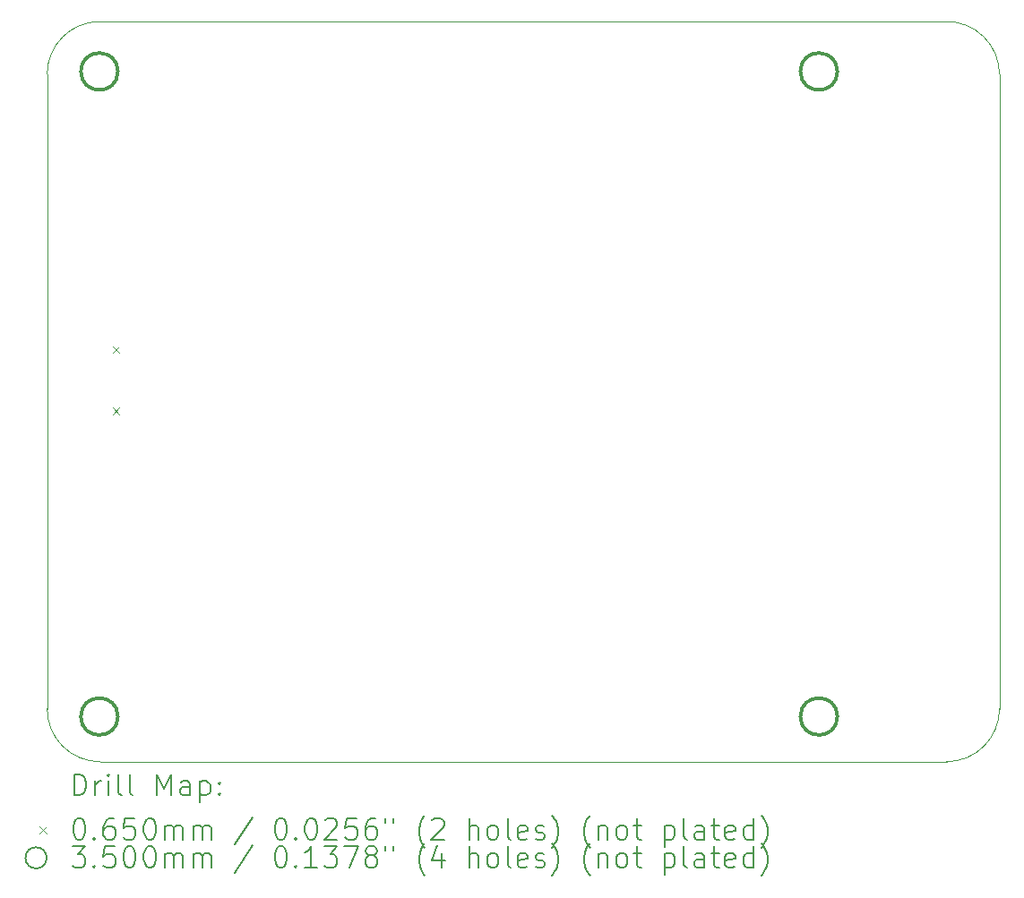
<source format=gbr>
%TF.GenerationSoftware,KiCad,Pcbnew,7.0.11-7.0.11~ubuntu22.04.1*%
%TF.CreationDate,2024-09-03T00:59:19+02:00*%
%TF.ProjectId,JTAGFinder,4a544147-4669-46e6-9465-722e6b696361,rev?*%
%TF.SameCoordinates,Original*%
%TF.FileFunction,Drillmap*%
%TF.FilePolarity,Positive*%
%FSLAX45Y45*%
G04 Gerber Fmt 4.5, Leading zero omitted, Abs format (unit mm)*
G04 Created by KiCad (PCBNEW 7.0.11-7.0.11~ubuntu22.04.1) date 2024-09-03 00:59:19*
%MOMM*%
%LPD*%
G01*
G04 APERTURE LIST*
%ADD10C,0.100000*%
%ADD11C,0.200000*%
%ADD12C,0.350000*%
G04 APERTURE END LIST*
D10*
X10406500Y-12327500D02*
X10406500Y-6327500D01*
X18906500Y-12827500D02*
G75*
G03*
X19406500Y-12327500I0J500000D01*
G01*
X19406500Y-6327500D02*
G75*
G03*
X18906500Y-5827500I-500000J0D01*
G01*
X10906500Y-5827500D02*
G75*
G03*
X10406500Y-6327500I0J-500000D01*
G01*
X10906500Y-5827500D02*
X18906500Y-5827500D01*
X19406500Y-6327500D02*
X19406500Y-12327500D01*
X18906500Y-12827500D02*
X10906500Y-12827500D01*
X10406500Y-12327500D02*
G75*
G03*
X10906500Y-12827500I500000J0D01*
G01*
D11*
D10*
X11025900Y-8898500D02*
X11090900Y-8963500D01*
X11090900Y-8898500D02*
X11025900Y-8963500D01*
X11025900Y-9476500D02*
X11090900Y-9541500D01*
X11090900Y-9476500D02*
X11025900Y-9541500D01*
D12*
X11075000Y-6300000D02*
G75*
G03*
X10725000Y-6300000I-175000J0D01*
G01*
X10725000Y-6300000D02*
G75*
G03*
X11075000Y-6300000I175000J0D01*
G01*
X11075000Y-12400000D02*
G75*
G03*
X10725000Y-12400000I-175000J0D01*
G01*
X10725000Y-12400000D02*
G75*
G03*
X11075000Y-12400000I175000J0D01*
G01*
X17875000Y-6300000D02*
G75*
G03*
X17525000Y-6300000I-175000J0D01*
G01*
X17525000Y-6300000D02*
G75*
G03*
X17875000Y-6300000I175000J0D01*
G01*
X17875000Y-12400000D02*
G75*
G03*
X17525000Y-12400000I-175000J0D01*
G01*
X17525000Y-12400000D02*
G75*
G03*
X17875000Y-12400000I175000J0D01*
G01*
D11*
X10662277Y-13143984D02*
X10662277Y-12943984D01*
X10662277Y-12943984D02*
X10709896Y-12943984D01*
X10709896Y-12943984D02*
X10738467Y-12953508D01*
X10738467Y-12953508D02*
X10757515Y-12972555D01*
X10757515Y-12972555D02*
X10767039Y-12991603D01*
X10767039Y-12991603D02*
X10776563Y-13029698D01*
X10776563Y-13029698D02*
X10776563Y-13058269D01*
X10776563Y-13058269D02*
X10767039Y-13096365D01*
X10767039Y-13096365D02*
X10757515Y-13115412D01*
X10757515Y-13115412D02*
X10738467Y-13134460D01*
X10738467Y-13134460D02*
X10709896Y-13143984D01*
X10709896Y-13143984D02*
X10662277Y-13143984D01*
X10862277Y-13143984D02*
X10862277Y-13010650D01*
X10862277Y-13048746D02*
X10871801Y-13029698D01*
X10871801Y-13029698D02*
X10881324Y-13020174D01*
X10881324Y-13020174D02*
X10900372Y-13010650D01*
X10900372Y-13010650D02*
X10919420Y-13010650D01*
X10986086Y-13143984D02*
X10986086Y-13010650D01*
X10986086Y-12943984D02*
X10976563Y-12953508D01*
X10976563Y-12953508D02*
X10986086Y-12963031D01*
X10986086Y-12963031D02*
X10995610Y-12953508D01*
X10995610Y-12953508D02*
X10986086Y-12943984D01*
X10986086Y-12943984D02*
X10986086Y-12963031D01*
X11109896Y-13143984D02*
X11090848Y-13134460D01*
X11090848Y-13134460D02*
X11081324Y-13115412D01*
X11081324Y-13115412D02*
X11081324Y-12943984D01*
X11214658Y-13143984D02*
X11195610Y-13134460D01*
X11195610Y-13134460D02*
X11186086Y-13115412D01*
X11186086Y-13115412D02*
X11186086Y-12943984D01*
X11443229Y-13143984D02*
X11443229Y-12943984D01*
X11443229Y-12943984D02*
X11509896Y-13086841D01*
X11509896Y-13086841D02*
X11576562Y-12943984D01*
X11576562Y-12943984D02*
X11576562Y-13143984D01*
X11757515Y-13143984D02*
X11757515Y-13039222D01*
X11757515Y-13039222D02*
X11747991Y-13020174D01*
X11747991Y-13020174D02*
X11728943Y-13010650D01*
X11728943Y-13010650D02*
X11690848Y-13010650D01*
X11690848Y-13010650D02*
X11671801Y-13020174D01*
X11757515Y-13134460D02*
X11738467Y-13143984D01*
X11738467Y-13143984D02*
X11690848Y-13143984D01*
X11690848Y-13143984D02*
X11671801Y-13134460D01*
X11671801Y-13134460D02*
X11662277Y-13115412D01*
X11662277Y-13115412D02*
X11662277Y-13096365D01*
X11662277Y-13096365D02*
X11671801Y-13077317D01*
X11671801Y-13077317D02*
X11690848Y-13067793D01*
X11690848Y-13067793D02*
X11738467Y-13067793D01*
X11738467Y-13067793D02*
X11757515Y-13058269D01*
X11852753Y-13010650D02*
X11852753Y-13210650D01*
X11852753Y-13020174D02*
X11871801Y-13010650D01*
X11871801Y-13010650D02*
X11909896Y-13010650D01*
X11909896Y-13010650D02*
X11928943Y-13020174D01*
X11928943Y-13020174D02*
X11938467Y-13029698D01*
X11938467Y-13029698D02*
X11947991Y-13048746D01*
X11947991Y-13048746D02*
X11947991Y-13105888D01*
X11947991Y-13105888D02*
X11938467Y-13124936D01*
X11938467Y-13124936D02*
X11928943Y-13134460D01*
X11928943Y-13134460D02*
X11909896Y-13143984D01*
X11909896Y-13143984D02*
X11871801Y-13143984D01*
X11871801Y-13143984D02*
X11852753Y-13134460D01*
X12033705Y-13124936D02*
X12043229Y-13134460D01*
X12043229Y-13134460D02*
X12033705Y-13143984D01*
X12033705Y-13143984D02*
X12024182Y-13134460D01*
X12024182Y-13134460D02*
X12033705Y-13124936D01*
X12033705Y-13124936D02*
X12033705Y-13143984D01*
X12033705Y-13020174D02*
X12043229Y-13029698D01*
X12043229Y-13029698D02*
X12033705Y-13039222D01*
X12033705Y-13039222D02*
X12024182Y-13029698D01*
X12024182Y-13029698D02*
X12033705Y-13020174D01*
X12033705Y-13020174D02*
X12033705Y-13039222D01*
D10*
X10336500Y-13440000D02*
X10401500Y-13505000D01*
X10401500Y-13440000D02*
X10336500Y-13505000D01*
D11*
X10700372Y-13363984D02*
X10719420Y-13363984D01*
X10719420Y-13363984D02*
X10738467Y-13373508D01*
X10738467Y-13373508D02*
X10747991Y-13383031D01*
X10747991Y-13383031D02*
X10757515Y-13402079D01*
X10757515Y-13402079D02*
X10767039Y-13440174D01*
X10767039Y-13440174D02*
X10767039Y-13487793D01*
X10767039Y-13487793D02*
X10757515Y-13525888D01*
X10757515Y-13525888D02*
X10747991Y-13544936D01*
X10747991Y-13544936D02*
X10738467Y-13554460D01*
X10738467Y-13554460D02*
X10719420Y-13563984D01*
X10719420Y-13563984D02*
X10700372Y-13563984D01*
X10700372Y-13563984D02*
X10681324Y-13554460D01*
X10681324Y-13554460D02*
X10671801Y-13544936D01*
X10671801Y-13544936D02*
X10662277Y-13525888D01*
X10662277Y-13525888D02*
X10652753Y-13487793D01*
X10652753Y-13487793D02*
X10652753Y-13440174D01*
X10652753Y-13440174D02*
X10662277Y-13402079D01*
X10662277Y-13402079D02*
X10671801Y-13383031D01*
X10671801Y-13383031D02*
X10681324Y-13373508D01*
X10681324Y-13373508D02*
X10700372Y-13363984D01*
X10852753Y-13544936D02*
X10862277Y-13554460D01*
X10862277Y-13554460D02*
X10852753Y-13563984D01*
X10852753Y-13563984D02*
X10843229Y-13554460D01*
X10843229Y-13554460D02*
X10852753Y-13544936D01*
X10852753Y-13544936D02*
X10852753Y-13563984D01*
X11033705Y-13363984D02*
X10995610Y-13363984D01*
X10995610Y-13363984D02*
X10976563Y-13373508D01*
X10976563Y-13373508D02*
X10967039Y-13383031D01*
X10967039Y-13383031D02*
X10947991Y-13411603D01*
X10947991Y-13411603D02*
X10938467Y-13449698D01*
X10938467Y-13449698D02*
X10938467Y-13525888D01*
X10938467Y-13525888D02*
X10947991Y-13544936D01*
X10947991Y-13544936D02*
X10957515Y-13554460D01*
X10957515Y-13554460D02*
X10976563Y-13563984D01*
X10976563Y-13563984D02*
X11014658Y-13563984D01*
X11014658Y-13563984D02*
X11033705Y-13554460D01*
X11033705Y-13554460D02*
X11043229Y-13544936D01*
X11043229Y-13544936D02*
X11052753Y-13525888D01*
X11052753Y-13525888D02*
X11052753Y-13478269D01*
X11052753Y-13478269D02*
X11043229Y-13459222D01*
X11043229Y-13459222D02*
X11033705Y-13449698D01*
X11033705Y-13449698D02*
X11014658Y-13440174D01*
X11014658Y-13440174D02*
X10976563Y-13440174D01*
X10976563Y-13440174D02*
X10957515Y-13449698D01*
X10957515Y-13449698D02*
X10947991Y-13459222D01*
X10947991Y-13459222D02*
X10938467Y-13478269D01*
X11233705Y-13363984D02*
X11138467Y-13363984D01*
X11138467Y-13363984D02*
X11128944Y-13459222D01*
X11128944Y-13459222D02*
X11138467Y-13449698D01*
X11138467Y-13449698D02*
X11157515Y-13440174D01*
X11157515Y-13440174D02*
X11205134Y-13440174D01*
X11205134Y-13440174D02*
X11224182Y-13449698D01*
X11224182Y-13449698D02*
X11233705Y-13459222D01*
X11233705Y-13459222D02*
X11243229Y-13478269D01*
X11243229Y-13478269D02*
X11243229Y-13525888D01*
X11243229Y-13525888D02*
X11233705Y-13544936D01*
X11233705Y-13544936D02*
X11224182Y-13554460D01*
X11224182Y-13554460D02*
X11205134Y-13563984D01*
X11205134Y-13563984D02*
X11157515Y-13563984D01*
X11157515Y-13563984D02*
X11138467Y-13554460D01*
X11138467Y-13554460D02*
X11128944Y-13544936D01*
X11367039Y-13363984D02*
X11386086Y-13363984D01*
X11386086Y-13363984D02*
X11405134Y-13373508D01*
X11405134Y-13373508D02*
X11414658Y-13383031D01*
X11414658Y-13383031D02*
X11424182Y-13402079D01*
X11424182Y-13402079D02*
X11433705Y-13440174D01*
X11433705Y-13440174D02*
X11433705Y-13487793D01*
X11433705Y-13487793D02*
X11424182Y-13525888D01*
X11424182Y-13525888D02*
X11414658Y-13544936D01*
X11414658Y-13544936D02*
X11405134Y-13554460D01*
X11405134Y-13554460D02*
X11386086Y-13563984D01*
X11386086Y-13563984D02*
X11367039Y-13563984D01*
X11367039Y-13563984D02*
X11347991Y-13554460D01*
X11347991Y-13554460D02*
X11338467Y-13544936D01*
X11338467Y-13544936D02*
X11328943Y-13525888D01*
X11328943Y-13525888D02*
X11319420Y-13487793D01*
X11319420Y-13487793D02*
X11319420Y-13440174D01*
X11319420Y-13440174D02*
X11328943Y-13402079D01*
X11328943Y-13402079D02*
X11338467Y-13383031D01*
X11338467Y-13383031D02*
X11347991Y-13373508D01*
X11347991Y-13373508D02*
X11367039Y-13363984D01*
X11519420Y-13563984D02*
X11519420Y-13430650D01*
X11519420Y-13449698D02*
X11528943Y-13440174D01*
X11528943Y-13440174D02*
X11547991Y-13430650D01*
X11547991Y-13430650D02*
X11576563Y-13430650D01*
X11576563Y-13430650D02*
X11595610Y-13440174D01*
X11595610Y-13440174D02*
X11605134Y-13459222D01*
X11605134Y-13459222D02*
X11605134Y-13563984D01*
X11605134Y-13459222D02*
X11614658Y-13440174D01*
X11614658Y-13440174D02*
X11633705Y-13430650D01*
X11633705Y-13430650D02*
X11662277Y-13430650D01*
X11662277Y-13430650D02*
X11681324Y-13440174D01*
X11681324Y-13440174D02*
X11690848Y-13459222D01*
X11690848Y-13459222D02*
X11690848Y-13563984D01*
X11786086Y-13563984D02*
X11786086Y-13430650D01*
X11786086Y-13449698D02*
X11795610Y-13440174D01*
X11795610Y-13440174D02*
X11814658Y-13430650D01*
X11814658Y-13430650D02*
X11843229Y-13430650D01*
X11843229Y-13430650D02*
X11862277Y-13440174D01*
X11862277Y-13440174D02*
X11871801Y-13459222D01*
X11871801Y-13459222D02*
X11871801Y-13563984D01*
X11871801Y-13459222D02*
X11881324Y-13440174D01*
X11881324Y-13440174D02*
X11900372Y-13430650D01*
X11900372Y-13430650D02*
X11928943Y-13430650D01*
X11928943Y-13430650D02*
X11947991Y-13440174D01*
X11947991Y-13440174D02*
X11957515Y-13459222D01*
X11957515Y-13459222D02*
X11957515Y-13563984D01*
X12347991Y-13354460D02*
X12176563Y-13611603D01*
X12605134Y-13363984D02*
X12624182Y-13363984D01*
X12624182Y-13363984D02*
X12643229Y-13373508D01*
X12643229Y-13373508D02*
X12652753Y-13383031D01*
X12652753Y-13383031D02*
X12662277Y-13402079D01*
X12662277Y-13402079D02*
X12671801Y-13440174D01*
X12671801Y-13440174D02*
X12671801Y-13487793D01*
X12671801Y-13487793D02*
X12662277Y-13525888D01*
X12662277Y-13525888D02*
X12652753Y-13544936D01*
X12652753Y-13544936D02*
X12643229Y-13554460D01*
X12643229Y-13554460D02*
X12624182Y-13563984D01*
X12624182Y-13563984D02*
X12605134Y-13563984D01*
X12605134Y-13563984D02*
X12586086Y-13554460D01*
X12586086Y-13554460D02*
X12576563Y-13544936D01*
X12576563Y-13544936D02*
X12567039Y-13525888D01*
X12567039Y-13525888D02*
X12557515Y-13487793D01*
X12557515Y-13487793D02*
X12557515Y-13440174D01*
X12557515Y-13440174D02*
X12567039Y-13402079D01*
X12567039Y-13402079D02*
X12576563Y-13383031D01*
X12576563Y-13383031D02*
X12586086Y-13373508D01*
X12586086Y-13373508D02*
X12605134Y-13363984D01*
X12757515Y-13544936D02*
X12767039Y-13554460D01*
X12767039Y-13554460D02*
X12757515Y-13563984D01*
X12757515Y-13563984D02*
X12747991Y-13554460D01*
X12747991Y-13554460D02*
X12757515Y-13544936D01*
X12757515Y-13544936D02*
X12757515Y-13563984D01*
X12890848Y-13363984D02*
X12909896Y-13363984D01*
X12909896Y-13363984D02*
X12928944Y-13373508D01*
X12928944Y-13373508D02*
X12938467Y-13383031D01*
X12938467Y-13383031D02*
X12947991Y-13402079D01*
X12947991Y-13402079D02*
X12957515Y-13440174D01*
X12957515Y-13440174D02*
X12957515Y-13487793D01*
X12957515Y-13487793D02*
X12947991Y-13525888D01*
X12947991Y-13525888D02*
X12938467Y-13544936D01*
X12938467Y-13544936D02*
X12928944Y-13554460D01*
X12928944Y-13554460D02*
X12909896Y-13563984D01*
X12909896Y-13563984D02*
X12890848Y-13563984D01*
X12890848Y-13563984D02*
X12871801Y-13554460D01*
X12871801Y-13554460D02*
X12862277Y-13544936D01*
X12862277Y-13544936D02*
X12852753Y-13525888D01*
X12852753Y-13525888D02*
X12843229Y-13487793D01*
X12843229Y-13487793D02*
X12843229Y-13440174D01*
X12843229Y-13440174D02*
X12852753Y-13402079D01*
X12852753Y-13402079D02*
X12862277Y-13383031D01*
X12862277Y-13383031D02*
X12871801Y-13373508D01*
X12871801Y-13373508D02*
X12890848Y-13363984D01*
X13033706Y-13383031D02*
X13043229Y-13373508D01*
X13043229Y-13373508D02*
X13062277Y-13363984D01*
X13062277Y-13363984D02*
X13109896Y-13363984D01*
X13109896Y-13363984D02*
X13128944Y-13373508D01*
X13128944Y-13373508D02*
X13138467Y-13383031D01*
X13138467Y-13383031D02*
X13147991Y-13402079D01*
X13147991Y-13402079D02*
X13147991Y-13421127D01*
X13147991Y-13421127D02*
X13138467Y-13449698D01*
X13138467Y-13449698D02*
X13024182Y-13563984D01*
X13024182Y-13563984D02*
X13147991Y-13563984D01*
X13328944Y-13363984D02*
X13233706Y-13363984D01*
X13233706Y-13363984D02*
X13224182Y-13459222D01*
X13224182Y-13459222D02*
X13233706Y-13449698D01*
X13233706Y-13449698D02*
X13252753Y-13440174D01*
X13252753Y-13440174D02*
X13300372Y-13440174D01*
X13300372Y-13440174D02*
X13319420Y-13449698D01*
X13319420Y-13449698D02*
X13328944Y-13459222D01*
X13328944Y-13459222D02*
X13338467Y-13478269D01*
X13338467Y-13478269D02*
X13338467Y-13525888D01*
X13338467Y-13525888D02*
X13328944Y-13544936D01*
X13328944Y-13544936D02*
X13319420Y-13554460D01*
X13319420Y-13554460D02*
X13300372Y-13563984D01*
X13300372Y-13563984D02*
X13252753Y-13563984D01*
X13252753Y-13563984D02*
X13233706Y-13554460D01*
X13233706Y-13554460D02*
X13224182Y-13544936D01*
X13509896Y-13363984D02*
X13471801Y-13363984D01*
X13471801Y-13363984D02*
X13452753Y-13373508D01*
X13452753Y-13373508D02*
X13443229Y-13383031D01*
X13443229Y-13383031D02*
X13424182Y-13411603D01*
X13424182Y-13411603D02*
X13414658Y-13449698D01*
X13414658Y-13449698D02*
X13414658Y-13525888D01*
X13414658Y-13525888D02*
X13424182Y-13544936D01*
X13424182Y-13544936D02*
X13433706Y-13554460D01*
X13433706Y-13554460D02*
X13452753Y-13563984D01*
X13452753Y-13563984D02*
X13490848Y-13563984D01*
X13490848Y-13563984D02*
X13509896Y-13554460D01*
X13509896Y-13554460D02*
X13519420Y-13544936D01*
X13519420Y-13544936D02*
X13528944Y-13525888D01*
X13528944Y-13525888D02*
X13528944Y-13478269D01*
X13528944Y-13478269D02*
X13519420Y-13459222D01*
X13519420Y-13459222D02*
X13509896Y-13449698D01*
X13509896Y-13449698D02*
X13490848Y-13440174D01*
X13490848Y-13440174D02*
X13452753Y-13440174D01*
X13452753Y-13440174D02*
X13433706Y-13449698D01*
X13433706Y-13449698D02*
X13424182Y-13459222D01*
X13424182Y-13459222D02*
X13414658Y-13478269D01*
X13605134Y-13363984D02*
X13605134Y-13402079D01*
X13681325Y-13363984D02*
X13681325Y-13402079D01*
X13976563Y-13640174D02*
X13967039Y-13630650D01*
X13967039Y-13630650D02*
X13947991Y-13602079D01*
X13947991Y-13602079D02*
X13938468Y-13583031D01*
X13938468Y-13583031D02*
X13928944Y-13554460D01*
X13928944Y-13554460D02*
X13919420Y-13506841D01*
X13919420Y-13506841D02*
X13919420Y-13468746D01*
X13919420Y-13468746D02*
X13928944Y-13421127D01*
X13928944Y-13421127D02*
X13938468Y-13392555D01*
X13938468Y-13392555D02*
X13947991Y-13373508D01*
X13947991Y-13373508D02*
X13967039Y-13344936D01*
X13967039Y-13344936D02*
X13976563Y-13335412D01*
X14043229Y-13383031D02*
X14052753Y-13373508D01*
X14052753Y-13373508D02*
X14071801Y-13363984D01*
X14071801Y-13363984D02*
X14119420Y-13363984D01*
X14119420Y-13363984D02*
X14138468Y-13373508D01*
X14138468Y-13373508D02*
X14147991Y-13383031D01*
X14147991Y-13383031D02*
X14157515Y-13402079D01*
X14157515Y-13402079D02*
X14157515Y-13421127D01*
X14157515Y-13421127D02*
X14147991Y-13449698D01*
X14147991Y-13449698D02*
X14033706Y-13563984D01*
X14033706Y-13563984D02*
X14157515Y-13563984D01*
X14395610Y-13563984D02*
X14395610Y-13363984D01*
X14481325Y-13563984D02*
X14481325Y-13459222D01*
X14481325Y-13459222D02*
X14471801Y-13440174D01*
X14471801Y-13440174D02*
X14452753Y-13430650D01*
X14452753Y-13430650D02*
X14424182Y-13430650D01*
X14424182Y-13430650D02*
X14405134Y-13440174D01*
X14405134Y-13440174D02*
X14395610Y-13449698D01*
X14605134Y-13563984D02*
X14586087Y-13554460D01*
X14586087Y-13554460D02*
X14576563Y-13544936D01*
X14576563Y-13544936D02*
X14567039Y-13525888D01*
X14567039Y-13525888D02*
X14567039Y-13468746D01*
X14567039Y-13468746D02*
X14576563Y-13449698D01*
X14576563Y-13449698D02*
X14586087Y-13440174D01*
X14586087Y-13440174D02*
X14605134Y-13430650D01*
X14605134Y-13430650D02*
X14633706Y-13430650D01*
X14633706Y-13430650D02*
X14652753Y-13440174D01*
X14652753Y-13440174D02*
X14662277Y-13449698D01*
X14662277Y-13449698D02*
X14671801Y-13468746D01*
X14671801Y-13468746D02*
X14671801Y-13525888D01*
X14671801Y-13525888D02*
X14662277Y-13544936D01*
X14662277Y-13544936D02*
X14652753Y-13554460D01*
X14652753Y-13554460D02*
X14633706Y-13563984D01*
X14633706Y-13563984D02*
X14605134Y-13563984D01*
X14786087Y-13563984D02*
X14767039Y-13554460D01*
X14767039Y-13554460D02*
X14757515Y-13535412D01*
X14757515Y-13535412D02*
X14757515Y-13363984D01*
X14938468Y-13554460D02*
X14919420Y-13563984D01*
X14919420Y-13563984D02*
X14881325Y-13563984D01*
X14881325Y-13563984D02*
X14862277Y-13554460D01*
X14862277Y-13554460D02*
X14852753Y-13535412D01*
X14852753Y-13535412D02*
X14852753Y-13459222D01*
X14852753Y-13459222D02*
X14862277Y-13440174D01*
X14862277Y-13440174D02*
X14881325Y-13430650D01*
X14881325Y-13430650D02*
X14919420Y-13430650D01*
X14919420Y-13430650D02*
X14938468Y-13440174D01*
X14938468Y-13440174D02*
X14947991Y-13459222D01*
X14947991Y-13459222D02*
X14947991Y-13478269D01*
X14947991Y-13478269D02*
X14852753Y-13497317D01*
X15024182Y-13554460D02*
X15043230Y-13563984D01*
X15043230Y-13563984D02*
X15081325Y-13563984D01*
X15081325Y-13563984D02*
X15100372Y-13554460D01*
X15100372Y-13554460D02*
X15109896Y-13535412D01*
X15109896Y-13535412D02*
X15109896Y-13525888D01*
X15109896Y-13525888D02*
X15100372Y-13506841D01*
X15100372Y-13506841D02*
X15081325Y-13497317D01*
X15081325Y-13497317D02*
X15052753Y-13497317D01*
X15052753Y-13497317D02*
X15033706Y-13487793D01*
X15033706Y-13487793D02*
X15024182Y-13468746D01*
X15024182Y-13468746D02*
X15024182Y-13459222D01*
X15024182Y-13459222D02*
X15033706Y-13440174D01*
X15033706Y-13440174D02*
X15052753Y-13430650D01*
X15052753Y-13430650D02*
X15081325Y-13430650D01*
X15081325Y-13430650D02*
X15100372Y-13440174D01*
X15176563Y-13640174D02*
X15186087Y-13630650D01*
X15186087Y-13630650D02*
X15205134Y-13602079D01*
X15205134Y-13602079D02*
X15214658Y-13583031D01*
X15214658Y-13583031D02*
X15224182Y-13554460D01*
X15224182Y-13554460D02*
X15233706Y-13506841D01*
X15233706Y-13506841D02*
X15233706Y-13468746D01*
X15233706Y-13468746D02*
X15224182Y-13421127D01*
X15224182Y-13421127D02*
X15214658Y-13392555D01*
X15214658Y-13392555D02*
X15205134Y-13373508D01*
X15205134Y-13373508D02*
X15186087Y-13344936D01*
X15186087Y-13344936D02*
X15176563Y-13335412D01*
X15538468Y-13640174D02*
X15528944Y-13630650D01*
X15528944Y-13630650D02*
X15509896Y-13602079D01*
X15509896Y-13602079D02*
X15500372Y-13583031D01*
X15500372Y-13583031D02*
X15490849Y-13554460D01*
X15490849Y-13554460D02*
X15481325Y-13506841D01*
X15481325Y-13506841D02*
X15481325Y-13468746D01*
X15481325Y-13468746D02*
X15490849Y-13421127D01*
X15490849Y-13421127D02*
X15500372Y-13392555D01*
X15500372Y-13392555D02*
X15509896Y-13373508D01*
X15509896Y-13373508D02*
X15528944Y-13344936D01*
X15528944Y-13344936D02*
X15538468Y-13335412D01*
X15614658Y-13430650D02*
X15614658Y-13563984D01*
X15614658Y-13449698D02*
X15624182Y-13440174D01*
X15624182Y-13440174D02*
X15643230Y-13430650D01*
X15643230Y-13430650D02*
X15671801Y-13430650D01*
X15671801Y-13430650D02*
X15690849Y-13440174D01*
X15690849Y-13440174D02*
X15700372Y-13459222D01*
X15700372Y-13459222D02*
X15700372Y-13563984D01*
X15824182Y-13563984D02*
X15805134Y-13554460D01*
X15805134Y-13554460D02*
X15795611Y-13544936D01*
X15795611Y-13544936D02*
X15786087Y-13525888D01*
X15786087Y-13525888D02*
X15786087Y-13468746D01*
X15786087Y-13468746D02*
X15795611Y-13449698D01*
X15795611Y-13449698D02*
X15805134Y-13440174D01*
X15805134Y-13440174D02*
X15824182Y-13430650D01*
X15824182Y-13430650D02*
X15852753Y-13430650D01*
X15852753Y-13430650D02*
X15871801Y-13440174D01*
X15871801Y-13440174D02*
X15881325Y-13449698D01*
X15881325Y-13449698D02*
X15890849Y-13468746D01*
X15890849Y-13468746D02*
X15890849Y-13525888D01*
X15890849Y-13525888D02*
X15881325Y-13544936D01*
X15881325Y-13544936D02*
X15871801Y-13554460D01*
X15871801Y-13554460D02*
X15852753Y-13563984D01*
X15852753Y-13563984D02*
X15824182Y-13563984D01*
X15947992Y-13430650D02*
X16024182Y-13430650D01*
X15976563Y-13363984D02*
X15976563Y-13535412D01*
X15976563Y-13535412D02*
X15986087Y-13554460D01*
X15986087Y-13554460D02*
X16005134Y-13563984D01*
X16005134Y-13563984D02*
X16024182Y-13563984D01*
X16243230Y-13430650D02*
X16243230Y-13630650D01*
X16243230Y-13440174D02*
X16262277Y-13430650D01*
X16262277Y-13430650D02*
X16300373Y-13430650D01*
X16300373Y-13430650D02*
X16319420Y-13440174D01*
X16319420Y-13440174D02*
X16328944Y-13449698D01*
X16328944Y-13449698D02*
X16338468Y-13468746D01*
X16338468Y-13468746D02*
X16338468Y-13525888D01*
X16338468Y-13525888D02*
X16328944Y-13544936D01*
X16328944Y-13544936D02*
X16319420Y-13554460D01*
X16319420Y-13554460D02*
X16300373Y-13563984D01*
X16300373Y-13563984D02*
X16262277Y-13563984D01*
X16262277Y-13563984D02*
X16243230Y-13554460D01*
X16452753Y-13563984D02*
X16433706Y-13554460D01*
X16433706Y-13554460D02*
X16424182Y-13535412D01*
X16424182Y-13535412D02*
X16424182Y-13363984D01*
X16614658Y-13563984D02*
X16614658Y-13459222D01*
X16614658Y-13459222D02*
X16605134Y-13440174D01*
X16605134Y-13440174D02*
X16586087Y-13430650D01*
X16586087Y-13430650D02*
X16547992Y-13430650D01*
X16547992Y-13430650D02*
X16528944Y-13440174D01*
X16614658Y-13554460D02*
X16595611Y-13563984D01*
X16595611Y-13563984D02*
X16547992Y-13563984D01*
X16547992Y-13563984D02*
X16528944Y-13554460D01*
X16528944Y-13554460D02*
X16519420Y-13535412D01*
X16519420Y-13535412D02*
X16519420Y-13516365D01*
X16519420Y-13516365D02*
X16528944Y-13497317D01*
X16528944Y-13497317D02*
X16547992Y-13487793D01*
X16547992Y-13487793D02*
X16595611Y-13487793D01*
X16595611Y-13487793D02*
X16614658Y-13478269D01*
X16681325Y-13430650D02*
X16757515Y-13430650D01*
X16709896Y-13363984D02*
X16709896Y-13535412D01*
X16709896Y-13535412D02*
X16719420Y-13554460D01*
X16719420Y-13554460D02*
X16738468Y-13563984D01*
X16738468Y-13563984D02*
X16757515Y-13563984D01*
X16900373Y-13554460D02*
X16881325Y-13563984D01*
X16881325Y-13563984D02*
X16843230Y-13563984D01*
X16843230Y-13563984D02*
X16824182Y-13554460D01*
X16824182Y-13554460D02*
X16814658Y-13535412D01*
X16814658Y-13535412D02*
X16814658Y-13459222D01*
X16814658Y-13459222D02*
X16824182Y-13440174D01*
X16824182Y-13440174D02*
X16843230Y-13430650D01*
X16843230Y-13430650D02*
X16881325Y-13430650D01*
X16881325Y-13430650D02*
X16900373Y-13440174D01*
X16900373Y-13440174D02*
X16909896Y-13459222D01*
X16909896Y-13459222D02*
X16909896Y-13478269D01*
X16909896Y-13478269D02*
X16814658Y-13497317D01*
X17081325Y-13563984D02*
X17081325Y-13363984D01*
X17081325Y-13554460D02*
X17062277Y-13563984D01*
X17062277Y-13563984D02*
X17024182Y-13563984D01*
X17024182Y-13563984D02*
X17005135Y-13554460D01*
X17005135Y-13554460D02*
X16995611Y-13544936D01*
X16995611Y-13544936D02*
X16986087Y-13525888D01*
X16986087Y-13525888D02*
X16986087Y-13468746D01*
X16986087Y-13468746D02*
X16995611Y-13449698D01*
X16995611Y-13449698D02*
X17005135Y-13440174D01*
X17005135Y-13440174D02*
X17024182Y-13430650D01*
X17024182Y-13430650D02*
X17062277Y-13430650D01*
X17062277Y-13430650D02*
X17081325Y-13440174D01*
X17157516Y-13640174D02*
X17167039Y-13630650D01*
X17167039Y-13630650D02*
X17186087Y-13602079D01*
X17186087Y-13602079D02*
X17195611Y-13583031D01*
X17195611Y-13583031D02*
X17205135Y-13554460D01*
X17205135Y-13554460D02*
X17214658Y-13506841D01*
X17214658Y-13506841D02*
X17214658Y-13468746D01*
X17214658Y-13468746D02*
X17205135Y-13421127D01*
X17205135Y-13421127D02*
X17195611Y-13392555D01*
X17195611Y-13392555D02*
X17186087Y-13373508D01*
X17186087Y-13373508D02*
X17167039Y-13344936D01*
X17167039Y-13344936D02*
X17157516Y-13335412D01*
X10401500Y-13736500D02*
G75*
G03*
X10201500Y-13736500I-100000J0D01*
G01*
X10201500Y-13736500D02*
G75*
G03*
X10401500Y-13736500I100000J0D01*
G01*
X10643229Y-13627984D02*
X10767039Y-13627984D01*
X10767039Y-13627984D02*
X10700372Y-13704174D01*
X10700372Y-13704174D02*
X10728944Y-13704174D01*
X10728944Y-13704174D02*
X10747991Y-13713698D01*
X10747991Y-13713698D02*
X10757515Y-13723222D01*
X10757515Y-13723222D02*
X10767039Y-13742269D01*
X10767039Y-13742269D02*
X10767039Y-13789888D01*
X10767039Y-13789888D02*
X10757515Y-13808936D01*
X10757515Y-13808936D02*
X10747991Y-13818460D01*
X10747991Y-13818460D02*
X10728944Y-13827984D01*
X10728944Y-13827984D02*
X10671801Y-13827984D01*
X10671801Y-13827984D02*
X10652753Y-13818460D01*
X10652753Y-13818460D02*
X10643229Y-13808936D01*
X10852753Y-13808936D02*
X10862277Y-13818460D01*
X10862277Y-13818460D02*
X10852753Y-13827984D01*
X10852753Y-13827984D02*
X10843229Y-13818460D01*
X10843229Y-13818460D02*
X10852753Y-13808936D01*
X10852753Y-13808936D02*
X10852753Y-13827984D01*
X11043229Y-13627984D02*
X10947991Y-13627984D01*
X10947991Y-13627984D02*
X10938467Y-13723222D01*
X10938467Y-13723222D02*
X10947991Y-13713698D01*
X10947991Y-13713698D02*
X10967039Y-13704174D01*
X10967039Y-13704174D02*
X11014658Y-13704174D01*
X11014658Y-13704174D02*
X11033705Y-13713698D01*
X11033705Y-13713698D02*
X11043229Y-13723222D01*
X11043229Y-13723222D02*
X11052753Y-13742269D01*
X11052753Y-13742269D02*
X11052753Y-13789888D01*
X11052753Y-13789888D02*
X11043229Y-13808936D01*
X11043229Y-13808936D02*
X11033705Y-13818460D01*
X11033705Y-13818460D02*
X11014658Y-13827984D01*
X11014658Y-13827984D02*
X10967039Y-13827984D01*
X10967039Y-13827984D02*
X10947991Y-13818460D01*
X10947991Y-13818460D02*
X10938467Y-13808936D01*
X11176563Y-13627984D02*
X11195610Y-13627984D01*
X11195610Y-13627984D02*
X11214658Y-13637508D01*
X11214658Y-13637508D02*
X11224182Y-13647031D01*
X11224182Y-13647031D02*
X11233705Y-13666079D01*
X11233705Y-13666079D02*
X11243229Y-13704174D01*
X11243229Y-13704174D02*
X11243229Y-13751793D01*
X11243229Y-13751793D02*
X11233705Y-13789888D01*
X11233705Y-13789888D02*
X11224182Y-13808936D01*
X11224182Y-13808936D02*
X11214658Y-13818460D01*
X11214658Y-13818460D02*
X11195610Y-13827984D01*
X11195610Y-13827984D02*
X11176563Y-13827984D01*
X11176563Y-13827984D02*
X11157515Y-13818460D01*
X11157515Y-13818460D02*
X11147991Y-13808936D01*
X11147991Y-13808936D02*
X11138467Y-13789888D01*
X11138467Y-13789888D02*
X11128944Y-13751793D01*
X11128944Y-13751793D02*
X11128944Y-13704174D01*
X11128944Y-13704174D02*
X11138467Y-13666079D01*
X11138467Y-13666079D02*
X11147991Y-13647031D01*
X11147991Y-13647031D02*
X11157515Y-13637508D01*
X11157515Y-13637508D02*
X11176563Y-13627984D01*
X11367039Y-13627984D02*
X11386086Y-13627984D01*
X11386086Y-13627984D02*
X11405134Y-13637508D01*
X11405134Y-13637508D02*
X11414658Y-13647031D01*
X11414658Y-13647031D02*
X11424182Y-13666079D01*
X11424182Y-13666079D02*
X11433705Y-13704174D01*
X11433705Y-13704174D02*
X11433705Y-13751793D01*
X11433705Y-13751793D02*
X11424182Y-13789888D01*
X11424182Y-13789888D02*
X11414658Y-13808936D01*
X11414658Y-13808936D02*
X11405134Y-13818460D01*
X11405134Y-13818460D02*
X11386086Y-13827984D01*
X11386086Y-13827984D02*
X11367039Y-13827984D01*
X11367039Y-13827984D02*
X11347991Y-13818460D01*
X11347991Y-13818460D02*
X11338467Y-13808936D01*
X11338467Y-13808936D02*
X11328943Y-13789888D01*
X11328943Y-13789888D02*
X11319420Y-13751793D01*
X11319420Y-13751793D02*
X11319420Y-13704174D01*
X11319420Y-13704174D02*
X11328943Y-13666079D01*
X11328943Y-13666079D02*
X11338467Y-13647031D01*
X11338467Y-13647031D02*
X11347991Y-13637508D01*
X11347991Y-13637508D02*
X11367039Y-13627984D01*
X11519420Y-13827984D02*
X11519420Y-13694650D01*
X11519420Y-13713698D02*
X11528943Y-13704174D01*
X11528943Y-13704174D02*
X11547991Y-13694650D01*
X11547991Y-13694650D02*
X11576563Y-13694650D01*
X11576563Y-13694650D02*
X11595610Y-13704174D01*
X11595610Y-13704174D02*
X11605134Y-13723222D01*
X11605134Y-13723222D02*
X11605134Y-13827984D01*
X11605134Y-13723222D02*
X11614658Y-13704174D01*
X11614658Y-13704174D02*
X11633705Y-13694650D01*
X11633705Y-13694650D02*
X11662277Y-13694650D01*
X11662277Y-13694650D02*
X11681324Y-13704174D01*
X11681324Y-13704174D02*
X11690848Y-13723222D01*
X11690848Y-13723222D02*
X11690848Y-13827984D01*
X11786086Y-13827984D02*
X11786086Y-13694650D01*
X11786086Y-13713698D02*
X11795610Y-13704174D01*
X11795610Y-13704174D02*
X11814658Y-13694650D01*
X11814658Y-13694650D02*
X11843229Y-13694650D01*
X11843229Y-13694650D02*
X11862277Y-13704174D01*
X11862277Y-13704174D02*
X11871801Y-13723222D01*
X11871801Y-13723222D02*
X11871801Y-13827984D01*
X11871801Y-13723222D02*
X11881324Y-13704174D01*
X11881324Y-13704174D02*
X11900372Y-13694650D01*
X11900372Y-13694650D02*
X11928943Y-13694650D01*
X11928943Y-13694650D02*
X11947991Y-13704174D01*
X11947991Y-13704174D02*
X11957515Y-13723222D01*
X11957515Y-13723222D02*
X11957515Y-13827984D01*
X12347991Y-13618460D02*
X12176563Y-13875603D01*
X12605134Y-13627984D02*
X12624182Y-13627984D01*
X12624182Y-13627984D02*
X12643229Y-13637508D01*
X12643229Y-13637508D02*
X12652753Y-13647031D01*
X12652753Y-13647031D02*
X12662277Y-13666079D01*
X12662277Y-13666079D02*
X12671801Y-13704174D01*
X12671801Y-13704174D02*
X12671801Y-13751793D01*
X12671801Y-13751793D02*
X12662277Y-13789888D01*
X12662277Y-13789888D02*
X12652753Y-13808936D01*
X12652753Y-13808936D02*
X12643229Y-13818460D01*
X12643229Y-13818460D02*
X12624182Y-13827984D01*
X12624182Y-13827984D02*
X12605134Y-13827984D01*
X12605134Y-13827984D02*
X12586086Y-13818460D01*
X12586086Y-13818460D02*
X12576563Y-13808936D01*
X12576563Y-13808936D02*
X12567039Y-13789888D01*
X12567039Y-13789888D02*
X12557515Y-13751793D01*
X12557515Y-13751793D02*
X12557515Y-13704174D01*
X12557515Y-13704174D02*
X12567039Y-13666079D01*
X12567039Y-13666079D02*
X12576563Y-13647031D01*
X12576563Y-13647031D02*
X12586086Y-13637508D01*
X12586086Y-13637508D02*
X12605134Y-13627984D01*
X12757515Y-13808936D02*
X12767039Y-13818460D01*
X12767039Y-13818460D02*
X12757515Y-13827984D01*
X12757515Y-13827984D02*
X12747991Y-13818460D01*
X12747991Y-13818460D02*
X12757515Y-13808936D01*
X12757515Y-13808936D02*
X12757515Y-13827984D01*
X12957515Y-13827984D02*
X12843229Y-13827984D01*
X12900372Y-13827984D02*
X12900372Y-13627984D01*
X12900372Y-13627984D02*
X12881325Y-13656555D01*
X12881325Y-13656555D02*
X12862277Y-13675603D01*
X12862277Y-13675603D02*
X12843229Y-13685127D01*
X13024182Y-13627984D02*
X13147991Y-13627984D01*
X13147991Y-13627984D02*
X13081325Y-13704174D01*
X13081325Y-13704174D02*
X13109896Y-13704174D01*
X13109896Y-13704174D02*
X13128944Y-13713698D01*
X13128944Y-13713698D02*
X13138467Y-13723222D01*
X13138467Y-13723222D02*
X13147991Y-13742269D01*
X13147991Y-13742269D02*
X13147991Y-13789888D01*
X13147991Y-13789888D02*
X13138467Y-13808936D01*
X13138467Y-13808936D02*
X13128944Y-13818460D01*
X13128944Y-13818460D02*
X13109896Y-13827984D01*
X13109896Y-13827984D02*
X13052753Y-13827984D01*
X13052753Y-13827984D02*
X13033706Y-13818460D01*
X13033706Y-13818460D02*
X13024182Y-13808936D01*
X13214658Y-13627984D02*
X13347991Y-13627984D01*
X13347991Y-13627984D02*
X13262277Y-13827984D01*
X13452753Y-13713698D02*
X13433706Y-13704174D01*
X13433706Y-13704174D02*
X13424182Y-13694650D01*
X13424182Y-13694650D02*
X13414658Y-13675603D01*
X13414658Y-13675603D02*
X13414658Y-13666079D01*
X13414658Y-13666079D02*
X13424182Y-13647031D01*
X13424182Y-13647031D02*
X13433706Y-13637508D01*
X13433706Y-13637508D02*
X13452753Y-13627984D01*
X13452753Y-13627984D02*
X13490848Y-13627984D01*
X13490848Y-13627984D02*
X13509896Y-13637508D01*
X13509896Y-13637508D02*
X13519420Y-13647031D01*
X13519420Y-13647031D02*
X13528944Y-13666079D01*
X13528944Y-13666079D02*
X13528944Y-13675603D01*
X13528944Y-13675603D02*
X13519420Y-13694650D01*
X13519420Y-13694650D02*
X13509896Y-13704174D01*
X13509896Y-13704174D02*
X13490848Y-13713698D01*
X13490848Y-13713698D02*
X13452753Y-13713698D01*
X13452753Y-13713698D02*
X13433706Y-13723222D01*
X13433706Y-13723222D02*
X13424182Y-13732746D01*
X13424182Y-13732746D02*
X13414658Y-13751793D01*
X13414658Y-13751793D02*
X13414658Y-13789888D01*
X13414658Y-13789888D02*
X13424182Y-13808936D01*
X13424182Y-13808936D02*
X13433706Y-13818460D01*
X13433706Y-13818460D02*
X13452753Y-13827984D01*
X13452753Y-13827984D02*
X13490848Y-13827984D01*
X13490848Y-13827984D02*
X13509896Y-13818460D01*
X13509896Y-13818460D02*
X13519420Y-13808936D01*
X13519420Y-13808936D02*
X13528944Y-13789888D01*
X13528944Y-13789888D02*
X13528944Y-13751793D01*
X13528944Y-13751793D02*
X13519420Y-13732746D01*
X13519420Y-13732746D02*
X13509896Y-13723222D01*
X13509896Y-13723222D02*
X13490848Y-13713698D01*
X13605134Y-13627984D02*
X13605134Y-13666079D01*
X13681325Y-13627984D02*
X13681325Y-13666079D01*
X13976563Y-13904174D02*
X13967039Y-13894650D01*
X13967039Y-13894650D02*
X13947991Y-13866079D01*
X13947991Y-13866079D02*
X13938468Y-13847031D01*
X13938468Y-13847031D02*
X13928944Y-13818460D01*
X13928944Y-13818460D02*
X13919420Y-13770841D01*
X13919420Y-13770841D02*
X13919420Y-13732746D01*
X13919420Y-13732746D02*
X13928944Y-13685127D01*
X13928944Y-13685127D02*
X13938468Y-13656555D01*
X13938468Y-13656555D02*
X13947991Y-13637508D01*
X13947991Y-13637508D02*
X13967039Y-13608936D01*
X13967039Y-13608936D02*
X13976563Y-13599412D01*
X14138468Y-13694650D02*
X14138468Y-13827984D01*
X14090848Y-13618460D02*
X14043229Y-13761317D01*
X14043229Y-13761317D02*
X14167039Y-13761317D01*
X14395610Y-13827984D02*
X14395610Y-13627984D01*
X14481325Y-13827984D02*
X14481325Y-13723222D01*
X14481325Y-13723222D02*
X14471801Y-13704174D01*
X14471801Y-13704174D02*
X14452753Y-13694650D01*
X14452753Y-13694650D02*
X14424182Y-13694650D01*
X14424182Y-13694650D02*
X14405134Y-13704174D01*
X14405134Y-13704174D02*
X14395610Y-13713698D01*
X14605134Y-13827984D02*
X14586087Y-13818460D01*
X14586087Y-13818460D02*
X14576563Y-13808936D01*
X14576563Y-13808936D02*
X14567039Y-13789888D01*
X14567039Y-13789888D02*
X14567039Y-13732746D01*
X14567039Y-13732746D02*
X14576563Y-13713698D01*
X14576563Y-13713698D02*
X14586087Y-13704174D01*
X14586087Y-13704174D02*
X14605134Y-13694650D01*
X14605134Y-13694650D02*
X14633706Y-13694650D01*
X14633706Y-13694650D02*
X14652753Y-13704174D01*
X14652753Y-13704174D02*
X14662277Y-13713698D01*
X14662277Y-13713698D02*
X14671801Y-13732746D01*
X14671801Y-13732746D02*
X14671801Y-13789888D01*
X14671801Y-13789888D02*
X14662277Y-13808936D01*
X14662277Y-13808936D02*
X14652753Y-13818460D01*
X14652753Y-13818460D02*
X14633706Y-13827984D01*
X14633706Y-13827984D02*
X14605134Y-13827984D01*
X14786087Y-13827984D02*
X14767039Y-13818460D01*
X14767039Y-13818460D02*
X14757515Y-13799412D01*
X14757515Y-13799412D02*
X14757515Y-13627984D01*
X14938468Y-13818460D02*
X14919420Y-13827984D01*
X14919420Y-13827984D02*
X14881325Y-13827984D01*
X14881325Y-13827984D02*
X14862277Y-13818460D01*
X14862277Y-13818460D02*
X14852753Y-13799412D01*
X14852753Y-13799412D02*
X14852753Y-13723222D01*
X14852753Y-13723222D02*
X14862277Y-13704174D01*
X14862277Y-13704174D02*
X14881325Y-13694650D01*
X14881325Y-13694650D02*
X14919420Y-13694650D01*
X14919420Y-13694650D02*
X14938468Y-13704174D01*
X14938468Y-13704174D02*
X14947991Y-13723222D01*
X14947991Y-13723222D02*
X14947991Y-13742269D01*
X14947991Y-13742269D02*
X14852753Y-13761317D01*
X15024182Y-13818460D02*
X15043230Y-13827984D01*
X15043230Y-13827984D02*
X15081325Y-13827984D01*
X15081325Y-13827984D02*
X15100372Y-13818460D01*
X15100372Y-13818460D02*
X15109896Y-13799412D01*
X15109896Y-13799412D02*
X15109896Y-13789888D01*
X15109896Y-13789888D02*
X15100372Y-13770841D01*
X15100372Y-13770841D02*
X15081325Y-13761317D01*
X15081325Y-13761317D02*
X15052753Y-13761317D01*
X15052753Y-13761317D02*
X15033706Y-13751793D01*
X15033706Y-13751793D02*
X15024182Y-13732746D01*
X15024182Y-13732746D02*
X15024182Y-13723222D01*
X15024182Y-13723222D02*
X15033706Y-13704174D01*
X15033706Y-13704174D02*
X15052753Y-13694650D01*
X15052753Y-13694650D02*
X15081325Y-13694650D01*
X15081325Y-13694650D02*
X15100372Y-13704174D01*
X15176563Y-13904174D02*
X15186087Y-13894650D01*
X15186087Y-13894650D02*
X15205134Y-13866079D01*
X15205134Y-13866079D02*
X15214658Y-13847031D01*
X15214658Y-13847031D02*
X15224182Y-13818460D01*
X15224182Y-13818460D02*
X15233706Y-13770841D01*
X15233706Y-13770841D02*
X15233706Y-13732746D01*
X15233706Y-13732746D02*
X15224182Y-13685127D01*
X15224182Y-13685127D02*
X15214658Y-13656555D01*
X15214658Y-13656555D02*
X15205134Y-13637508D01*
X15205134Y-13637508D02*
X15186087Y-13608936D01*
X15186087Y-13608936D02*
X15176563Y-13599412D01*
X15538468Y-13904174D02*
X15528944Y-13894650D01*
X15528944Y-13894650D02*
X15509896Y-13866079D01*
X15509896Y-13866079D02*
X15500372Y-13847031D01*
X15500372Y-13847031D02*
X15490849Y-13818460D01*
X15490849Y-13818460D02*
X15481325Y-13770841D01*
X15481325Y-13770841D02*
X15481325Y-13732746D01*
X15481325Y-13732746D02*
X15490849Y-13685127D01*
X15490849Y-13685127D02*
X15500372Y-13656555D01*
X15500372Y-13656555D02*
X15509896Y-13637508D01*
X15509896Y-13637508D02*
X15528944Y-13608936D01*
X15528944Y-13608936D02*
X15538468Y-13599412D01*
X15614658Y-13694650D02*
X15614658Y-13827984D01*
X15614658Y-13713698D02*
X15624182Y-13704174D01*
X15624182Y-13704174D02*
X15643230Y-13694650D01*
X15643230Y-13694650D02*
X15671801Y-13694650D01*
X15671801Y-13694650D02*
X15690849Y-13704174D01*
X15690849Y-13704174D02*
X15700372Y-13723222D01*
X15700372Y-13723222D02*
X15700372Y-13827984D01*
X15824182Y-13827984D02*
X15805134Y-13818460D01*
X15805134Y-13818460D02*
X15795611Y-13808936D01*
X15795611Y-13808936D02*
X15786087Y-13789888D01*
X15786087Y-13789888D02*
X15786087Y-13732746D01*
X15786087Y-13732746D02*
X15795611Y-13713698D01*
X15795611Y-13713698D02*
X15805134Y-13704174D01*
X15805134Y-13704174D02*
X15824182Y-13694650D01*
X15824182Y-13694650D02*
X15852753Y-13694650D01*
X15852753Y-13694650D02*
X15871801Y-13704174D01*
X15871801Y-13704174D02*
X15881325Y-13713698D01*
X15881325Y-13713698D02*
X15890849Y-13732746D01*
X15890849Y-13732746D02*
X15890849Y-13789888D01*
X15890849Y-13789888D02*
X15881325Y-13808936D01*
X15881325Y-13808936D02*
X15871801Y-13818460D01*
X15871801Y-13818460D02*
X15852753Y-13827984D01*
X15852753Y-13827984D02*
X15824182Y-13827984D01*
X15947992Y-13694650D02*
X16024182Y-13694650D01*
X15976563Y-13627984D02*
X15976563Y-13799412D01*
X15976563Y-13799412D02*
X15986087Y-13818460D01*
X15986087Y-13818460D02*
X16005134Y-13827984D01*
X16005134Y-13827984D02*
X16024182Y-13827984D01*
X16243230Y-13694650D02*
X16243230Y-13894650D01*
X16243230Y-13704174D02*
X16262277Y-13694650D01*
X16262277Y-13694650D02*
X16300373Y-13694650D01*
X16300373Y-13694650D02*
X16319420Y-13704174D01*
X16319420Y-13704174D02*
X16328944Y-13713698D01*
X16328944Y-13713698D02*
X16338468Y-13732746D01*
X16338468Y-13732746D02*
X16338468Y-13789888D01*
X16338468Y-13789888D02*
X16328944Y-13808936D01*
X16328944Y-13808936D02*
X16319420Y-13818460D01*
X16319420Y-13818460D02*
X16300373Y-13827984D01*
X16300373Y-13827984D02*
X16262277Y-13827984D01*
X16262277Y-13827984D02*
X16243230Y-13818460D01*
X16452753Y-13827984D02*
X16433706Y-13818460D01*
X16433706Y-13818460D02*
X16424182Y-13799412D01*
X16424182Y-13799412D02*
X16424182Y-13627984D01*
X16614658Y-13827984D02*
X16614658Y-13723222D01*
X16614658Y-13723222D02*
X16605134Y-13704174D01*
X16605134Y-13704174D02*
X16586087Y-13694650D01*
X16586087Y-13694650D02*
X16547992Y-13694650D01*
X16547992Y-13694650D02*
X16528944Y-13704174D01*
X16614658Y-13818460D02*
X16595611Y-13827984D01*
X16595611Y-13827984D02*
X16547992Y-13827984D01*
X16547992Y-13827984D02*
X16528944Y-13818460D01*
X16528944Y-13818460D02*
X16519420Y-13799412D01*
X16519420Y-13799412D02*
X16519420Y-13780365D01*
X16519420Y-13780365D02*
X16528944Y-13761317D01*
X16528944Y-13761317D02*
X16547992Y-13751793D01*
X16547992Y-13751793D02*
X16595611Y-13751793D01*
X16595611Y-13751793D02*
X16614658Y-13742269D01*
X16681325Y-13694650D02*
X16757515Y-13694650D01*
X16709896Y-13627984D02*
X16709896Y-13799412D01*
X16709896Y-13799412D02*
X16719420Y-13818460D01*
X16719420Y-13818460D02*
X16738468Y-13827984D01*
X16738468Y-13827984D02*
X16757515Y-13827984D01*
X16900373Y-13818460D02*
X16881325Y-13827984D01*
X16881325Y-13827984D02*
X16843230Y-13827984D01*
X16843230Y-13827984D02*
X16824182Y-13818460D01*
X16824182Y-13818460D02*
X16814658Y-13799412D01*
X16814658Y-13799412D02*
X16814658Y-13723222D01*
X16814658Y-13723222D02*
X16824182Y-13704174D01*
X16824182Y-13704174D02*
X16843230Y-13694650D01*
X16843230Y-13694650D02*
X16881325Y-13694650D01*
X16881325Y-13694650D02*
X16900373Y-13704174D01*
X16900373Y-13704174D02*
X16909896Y-13723222D01*
X16909896Y-13723222D02*
X16909896Y-13742269D01*
X16909896Y-13742269D02*
X16814658Y-13761317D01*
X17081325Y-13827984D02*
X17081325Y-13627984D01*
X17081325Y-13818460D02*
X17062277Y-13827984D01*
X17062277Y-13827984D02*
X17024182Y-13827984D01*
X17024182Y-13827984D02*
X17005135Y-13818460D01*
X17005135Y-13818460D02*
X16995611Y-13808936D01*
X16995611Y-13808936D02*
X16986087Y-13789888D01*
X16986087Y-13789888D02*
X16986087Y-13732746D01*
X16986087Y-13732746D02*
X16995611Y-13713698D01*
X16995611Y-13713698D02*
X17005135Y-13704174D01*
X17005135Y-13704174D02*
X17024182Y-13694650D01*
X17024182Y-13694650D02*
X17062277Y-13694650D01*
X17062277Y-13694650D02*
X17081325Y-13704174D01*
X17157516Y-13904174D02*
X17167039Y-13894650D01*
X17167039Y-13894650D02*
X17186087Y-13866079D01*
X17186087Y-13866079D02*
X17195611Y-13847031D01*
X17195611Y-13847031D02*
X17205135Y-13818460D01*
X17205135Y-13818460D02*
X17214658Y-13770841D01*
X17214658Y-13770841D02*
X17214658Y-13732746D01*
X17214658Y-13732746D02*
X17205135Y-13685127D01*
X17205135Y-13685127D02*
X17195611Y-13656555D01*
X17195611Y-13656555D02*
X17186087Y-13637508D01*
X17186087Y-13637508D02*
X17167039Y-13608936D01*
X17167039Y-13608936D02*
X17157516Y-13599412D01*
M02*

</source>
